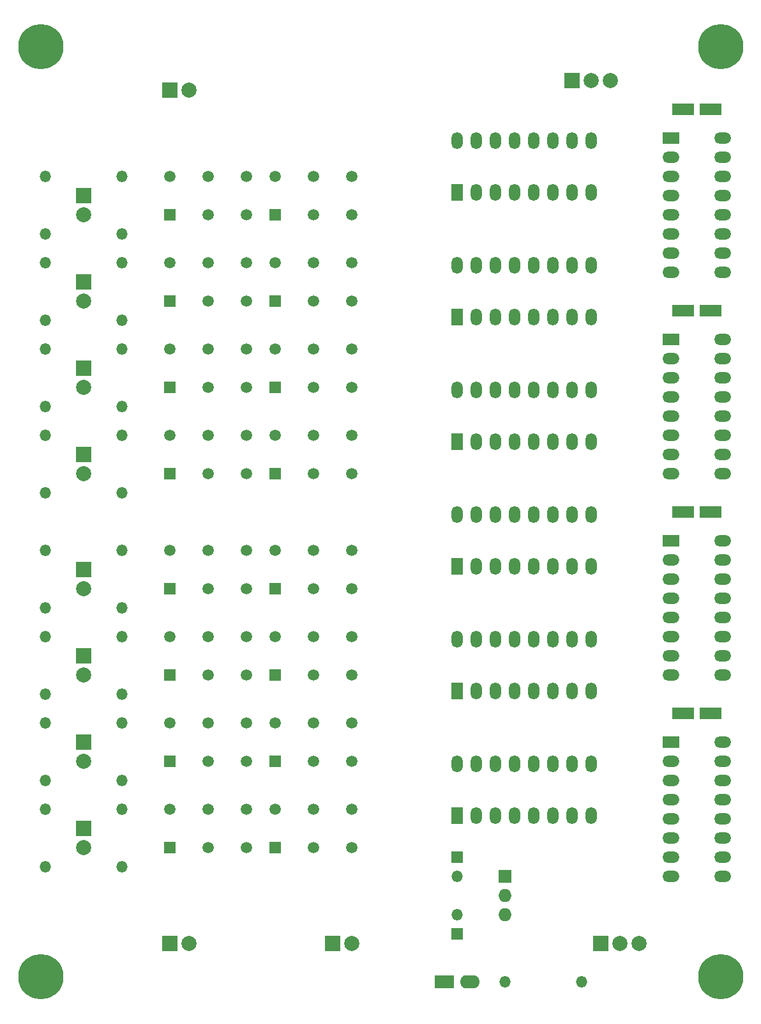
<source format=gbs>
G04 (created by PCBNEW (2013-07-07 BZR 4022)-stable) date Mon 29 Aug 2022 01:34:01 AM CDT*
%MOIN*%
G04 Gerber Fmt 3.4, Leading zero omitted, Abs format*
%FSLAX34Y34*%
G01*
G70*
G90*
G04 APERTURE LIST*
%ADD10C,0.00590551*%
%ADD11R,0.1035X0.069*%
%ADD12O,0.1035X0.069*%
%ADD13R,0.059X0.059*%
%ADD14O,0.059X0.059*%
%ADD15R,0.059X0.0885*%
%ADD16O,0.059X0.0885*%
%ADD17R,0.0885X0.059*%
%ADD18O,0.0885X0.059*%
%ADD19R,0.114X0.059*%
%ADD20R,0.069X0.069*%
%ADD21O,0.069X0.069*%
%ADD22R,0.079X0.079*%
%ADD23C,0.079*%
%ADD24C,0.23622*%
%ADD25C,0.059*%
G04 APERTURE END LIST*
G54D10*
G54D11*
X51827Y-67500D03*
G54D12*
X53172Y-67500D03*
G54D13*
X52500Y-61000D03*
G54D14*
X52500Y-62000D03*
G54D13*
X52500Y-65000D03*
G54D14*
X52500Y-64000D03*
G54D15*
X52500Y-26352D03*
G54D16*
X53500Y-26352D03*
X54500Y-26352D03*
X55500Y-26352D03*
X57500Y-23647D03*
X56500Y-23647D03*
X55500Y-23647D03*
X54500Y-23647D03*
X56500Y-26352D03*
X57500Y-26352D03*
X58500Y-26352D03*
X58500Y-23647D03*
X59500Y-23647D03*
X53500Y-23647D03*
X59500Y-26352D03*
X52500Y-23647D03*
G54D17*
X63647Y-55000D03*
G54D18*
X63647Y-56000D03*
X63647Y-57000D03*
X63647Y-58000D03*
X66352Y-60000D03*
X66352Y-59000D03*
X66352Y-58000D03*
X66352Y-57000D03*
X63647Y-59000D03*
X63647Y-60000D03*
X63647Y-61000D03*
X66352Y-61000D03*
X66352Y-62000D03*
X66352Y-56000D03*
X63647Y-62000D03*
X66352Y-55000D03*
G54D17*
X63647Y-44500D03*
G54D18*
X63647Y-45500D03*
X63647Y-46500D03*
X63647Y-47500D03*
X66352Y-49500D03*
X66352Y-48500D03*
X66352Y-47500D03*
X66352Y-46500D03*
X63647Y-48500D03*
X63647Y-49500D03*
X63647Y-50500D03*
X66352Y-50500D03*
X66352Y-51500D03*
X66352Y-45500D03*
X63647Y-51500D03*
X66352Y-44500D03*
G54D17*
X63647Y-34000D03*
G54D18*
X63647Y-35000D03*
X63647Y-36000D03*
X63647Y-37000D03*
X66352Y-39000D03*
X66352Y-38000D03*
X66352Y-37000D03*
X66352Y-36000D03*
X63647Y-38000D03*
X63647Y-39000D03*
X63647Y-40000D03*
X66352Y-40000D03*
X66352Y-41000D03*
X66352Y-35000D03*
X63647Y-41000D03*
X66352Y-34000D03*
G54D15*
X52500Y-58852D03*
G54D16*
X53500Y-58852D03*
X54500Y-58852D03*
X55500Y-58852D03*
X57500Y-56147D03*
X56500Y-56147D03*
X55500Y-56147D03*
X54500Y-56147D03*
X56500Y-58852D03*
X57500Y-58852D03*
X58500Y-58852D03*
X58500Y-56147D03*
X59500Y-56147D03*
X53500Y-56147D03*
X59500Y-58852D03*
X52500Y-56147D03*
G54D15*
X52500Y-52352D03*
G54D16*
X53500Y-52352D03*
X54500Y-52352D03*
X55500Y-52352D03*
X57500Y-49647D03*
X56500Y-49647D03*
X55500Y-49647D03*
X54500Y-49647D03*
X56500Y-52352D03*
X57500Y-52352D03*
X58500Y-52352D03*
X58500Y-49647D03*
X59500Y-49647D03*
X53500Y-49647D03*
X59500Y-52352D03*
X52500Y-49647D03*
G54D15*
X52500Y-45852D03*
G54D16*
X53500Y-45852D03*
X54500Y-45852D03*
X55500Y-45852D03*
X57500Y-43147D03*
X56500Y-43147D03*
X55500Y-43147D03*
X54500Y-43147D03*
X56500Y-45852D03*
X57500Y-45852D03*
X58500Y-45852D03*
X58500Y-43147D03*
X59500Y-43147D03*
X53500Y-43147D03*
X59500Y-45852D03*
X52500Y-43147D03*
G54D15*
X52500Y-39352D03*
G54D16*
X53500Y-39352D03*
X54500Y-39352D03*
X55500Y-39352D03*
X57500Y-36647D03*
X56500Y-36647D03*
X55500Y-36647D03*
X54500Y-36647D03*
X56500Y-39352D03*
X57500Y-39352D03*
X58500Y-39352D03*
X58500Y-36647D03*
X59500Y-36647D03*
X53500Y-36647D03*
X59500Y-39352D03*
X52500Y-36647D03*
G54D15*
X52500Y-32852D03*
G54D16*
X53500Y-32852D03*
X54500Y-32852D03*
X55500Y-32852D03*
X57500Y-30147D03*
X56500Y-30147D03*
X55500Y-30147D03*
X54500Y-30147D03*
X56500Y-32852D03*
X57500Y-32852D03*
X58500Y-32852D03*
X58500Y-30147D03*
X59500Y-30147D03*
X53500Y-30147D03*
X59500Y-32852D03*
X52500Y-30147D03*
G54D17*
X63647Y-23500D03*
G54D18*
X63647Y-24500D03*
X63647Y-25500D03*
X63647Y-26500D03*
X66352Y-28500D03*
X66352Y-27500D03*
X66352Y-26500D03*
X66352Y-25500D03*
X63647Y-27500D03*
X63647Y-28500D03*
X63647Y-29500D03*
X66352Y-29500D03*
X66352Y-30500D03*
X66352Y-24500D03*
X63647Y-30500D03*
X66352Y-23500D03*
G54D19*
X65725Y-22000D03*
X64275Y-22000D03*
X65725Y-32500D03*
X64275Y-32500D03*
X65725Y-43000D03*
X64275Y-43000D03*
X65725Y-53500D03*
X64275Y-53500D03*
G54D20*
X55000Y-62000D03*
G54D21*
X55000Y-63000D03*
X55000Y-64000D03*
G54D22*
X46000Y-65500D03*
G54D23*
X47000Y-65500D03*
G54D22*
X33000Y-55000D03*
G54D23*
X33000Y-56000D03*
G54D22*
X33000Y-59500D03*
G54D23*
X33000Y-60500D03*
G54D22*
X33000Y-46000D03*
G54D23*
X33000Y-47000D03*
G54D22*
X33000Y-50500D03*
G54D23*
X33000Y-51500D03*
G54D22*
X33000Y-35500D03*
G54D23*
X33000Y-36500D03*
G54D22*
X33000Y-40000D03*
G54D23*
X33000Y-41000D03*
G54D22*
X33000Y-26500D03*
G54D23*
X33000Y-27500D03*
G54D22*
X33000Y-31000D03*
G54D23*
X33000Y-32000D03*
G54D22*
X37500Y-21000D03*
G54D23*
X38500Y-21000D03*
G54D14*
X55000Y-67500D03*
X59000Y-67500D03*
G54D22*
X60000Y-65500D03*
G54D23*
X61000Y-65500D03*
X62000Y-65500D03*
G54D22*
X58500Y-20500D03*
G54D23*
X59500Y-20500D03*
X60500Y-20500D03*
G54D24*
X30750Y-18750D03*
X66250Y-18750D03*
X66250Y-67250D03*
X30750Y-67250D03*
G54D22*
X37500Y-65500D03*
G54D23*
X38500Y-65500D03*
G54D13*
X37500Y-27500D03*
G54D25*
X39500Y-27500D03*
X41500Y-27500D03*
X41500Y-25500D03*
X39500Y-25500D03*
X37500Y-25500D03*
G54D13*
X43000Y-27500D03*
G54D25*
X45000Y-27500D03*
X47000Y-27500D03*
X47000Y-25500D03*
X45000Y-25500D03*
X43000Y-25500D03*
G54D13*
X37500Y-32000D03*
G54D25*
X39500Y-32000D03*
X41500Y-32000D03*
X41500Y-30000D03*
X39500Y-30000D03*
X37500Y-30000D03*
G54D13*
X43000Y-32000D03*
G54D25*
X45000Y-32000D03*
X47000Y-32000D03*
X47000Y-30000D03*
X45000Y-30000D03*
X43000Y-30000D03*
G54D13*
X37500Y-36500D03*
G54D25*
X39500Y-36500D03*
X41500Y-36500D03*
X41500Y-34500D03*
X39500Y-34500D03*
X37500Y-34500D03*
G54D13*
X43000Y-36500D03*
G54D25*
X45000Y-36500D03*
X47000Y-36500D03*
X47000Y-34500D03*
X45000Y-34500D03*
X43000Y-34500D03*
G54D13*
X37500Y-41000D03*
G54D25*
X39500Y-41000D03*
X41500Y-41000D03*
X41500Y-39000D03*
X39500Y-39000D03*
X37500Y-39000D03*
G54D13*
X43000Y-41000D03*
G54D25*
X45000Y-41000D03*
X47000Y-41000D03*
X47000Y-39000D03*
X45000Y-39000D03*
X43000Y-39000D03*
G54D13*
X37500Y-47000D03*
G54D25*
X39500Y-47000D03*
X41500Y-47000D03*
X41500Y-45000D03*
X39500Y-45000D03*
X37500Y-45000D03*
G54D13*
X43000Y-47000D03*
G54D25*
X45000Y-47000D03*
X47000Y-47000D03*
X47000Y-45000D03*
X45000Y-45000D03*
X43000Y-45000D03*
G54D13*
X37500Y-51500D03*
G54D25*
X39500Y-51500D03*
X41500Y-51500D03*
X41500Y-49500D03*
X39500Y-49500D03*
X37500Y-49500D03*
G54D13*
X43000Y-51500D03*
G54D25*
X45000Y-51500D03*
X47000Y-51500D03*
X47000Y-49500D03*
X45000Y-49500D03*
X43000Y-49500D03*
G54D13*
X37500Y-56000D03*
G54D25*
X39500Y-56000D03*
X41500Y-56000D03*
X41500Y-54000D03*
X39500Y-54000D03*
X37500Y-54000D03*
G54D13*
X43000Y-56000D03*
G54D25*
X45000Y-56000D03*
X47000Y-56000D03*
X47000Y-54000D03*
X45000Y-54000D03*
X43000Y-54000D03*
G54D13*
X37500Y-60500D03*
G54D25*
X39500Y-60500D03*
X41500Y-60500D03*
X41500Y-58500D03*
X39500Y-58500D03*
X37500Y-58500D03*
G54D13*
X43000Y-60500D03*
G54D25*
X45000Y-60500D03*
X47000Y-60500D03*
X47000Y-58500D03*
X45000Y-58500D03*
X43000Y-58500D03*
G54D14*
X31000Y-25500D03*
X35000Y-25500D03*
X31000Y-28500D03*
X35000Y-28500D03*
X31000Y-30000D03*
X35000Y-30000D03*
X31000Y-33000D03*
X35000Y-33000D03*
X31000Y-34500D03*
X35000Y-34500D03*
X31000Y-37500D03*
X35000Y-37500D03*
X31000Y-39000D03*
X35000Y-39000D03*
X31000Y-42000D03*
X35000Y-42000D03*
X31000Y-45000D03*
X35000Y-45000D03*
X31000Y-48000D03*
X35000Y-48000D03*
X31000Y-49500D03*
X35000Y-49500D03*
X31000Y-52500D03*
X35000Y-52500D03*
X31000Y-54000D03*
X35000Y-54000D03*
X31000Y-57000D03*
X35000Y-57000D03*
X31000Y-58500D03*
X35000Y-58500D03*
X31000Y-61500D03*
X35000Y-61500D03*
M02*

</source>
